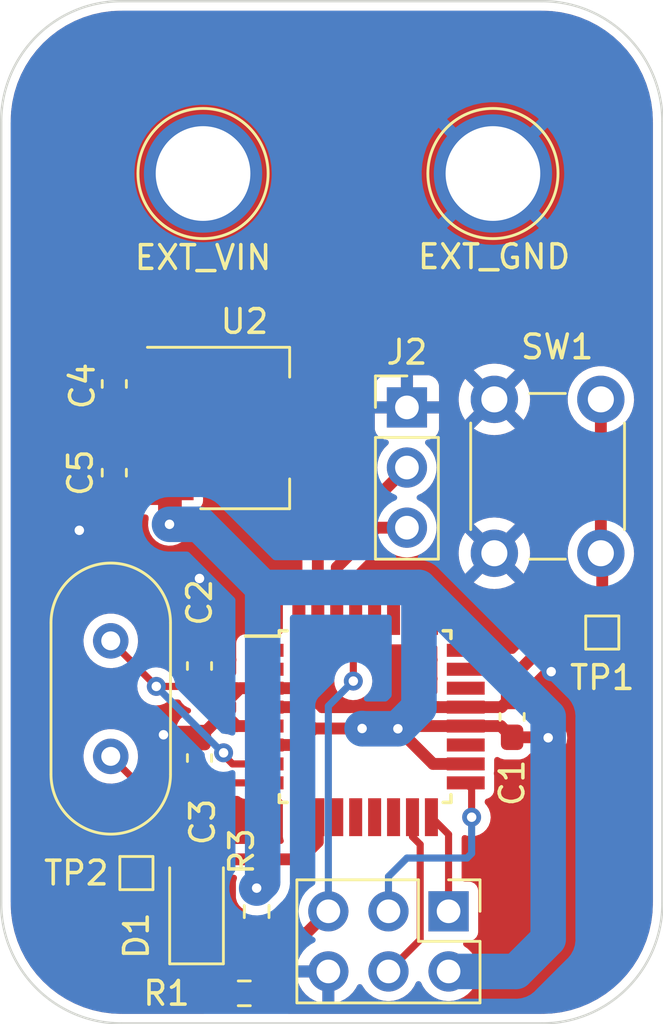
<source format=kicad_pcb>
(kicad_pcb (version 20211014) (generator pcbnew)
  (layers (0 "F.Cu" signal) (31 "B.Cu" signal) (34 "B.Paste" user) (35 "F.Paste" user) (36 "B.SilkS" user "B.Silkscreen") (37 "F.SilkS" user "F.Silkscreen") (38 "B.Mask" user) (39 "F.Mask" user) (44 "Edge.Cuts" user))
  (net 0 "")
  (net 1 "+5V")
  (net 2 "GND")
  (net 3 "XTAL1")
  (net 4 "XTAL2")
  (net 5 "Net-(D1-Pad1)")
  (net 6 "led_pin")
  (net 7 "MISO")
  (net 8 "SCK")
  (net 9 "MOSI")
  (net 10 "RST")
  (net 11 "button_pin")
  (net 26 "USART_TX")
  (net 27 "USART_RX")
  (net 29 "Net-(C4-Pad1)")
  (footprint "Resistor_SMD:R_0603_1608Metric_Pad0.98x0.95mm_HandSolder" (layer "F.Cu") (at 144.8925 123.19 180)
    (fp_text reference "R1" (at 3.2875 0) (layer "F.SilkS"))
    (fp_text value "330 Ohm")
    (fp_line (start -0.254724 0.5225) (end 0.254724 0.5225) (layer "F.SilkS") (width 0.12))
    (fp_line (start -0.254724 -0.5225) (end 0.254724 -0.5225) (layer "F.SilkS") (width 0.12))
    (pad "1" smd roundrect (at -0.9125 0 180) (size 0.975 0.95) (layers "F.Cu" "F.Paste" "F.Mask") (net 2 "GND"))
    (pad "2" smd roundrect (at 0.9125 0 180) (size 0.975 0.95) (layers "F.Cu" "F.Paste" "F.Mask") (net 5 "Net-(D1-Pad1)"))
  )
  (footprint "TestPoint:TestPoint_Pad_1.0x1.0mm" (layer "F.Cu") (at 160.02 107.95)
    (fp_text reference "TP1" (at 0 1.905) (layer "F.SilkS"))
    (fp_text value "PC0")
    (fp_line (start 0.7 0.7) (end -0.7 0.7) (layer "F.SilkS") (width 0.12))
    (fp_line (start -0.7 -0.7) (end 0.7 -0.7) (layer "F.SilkS") (width 0.12))
    (fp_line (start 0.7 -0.7) (end 0.7 0.7) (layer "F.SilkS") (width 0.12))
    (fp_line (start -0.7 0.7) (end -0.7 -0.7) (layer "F.SilkS") (width 0.12))
    (pad "1" smd rect (at 0 0) (size 1 1) (layers "F.Cu" "F.Mask") (net 11 "button_pin"))
  )
  (footprint "LED_SMD:LED_1206_3216Metric_Pad1.42x1.75mm_HandSolder" (layer "F.Cu") (at 142.875 119.485 90)
    (fp_text reference "D1" (at -1.27 -2.54 90) (layer "F.SilkS"))
    (fp_text value "LED")
    (fp_line (start -2.46 -1.135) (end -2.46 1.135) (layer "F.SilkS") (width 0.12))
    (fp_line (start 1.6 -1.135) (end -2.46 -1.135) (layer "F.SilkS") (width 0.12))
    (fp_line (start -2.46 1.135) (end 1.6 1.135) (layer "F.SilkS") (width 0.12))
    (pad "1" smd roundrect (at -1.4875 0 90) (size 1.425 1.75) (layers "F.Cu" "F.Paste" "F.Mask") (roundrect_rratio 0.1754392982) (net 5 "Net-(D1-Pad1)"))
    (pad "2" smd roundrect (at 1.4875 0 90) (size 1.425 1.75) (layers "F.Cu" "F.Paste" "F.Mask") (roundrect_rratio 0.1754392982) (net 6 "led_pin"))
  )
  (footprint "Resistor_SMD:R_0603_1608Metric_Pad0.98x0.95mm_HandSolder" (layer "F.Cu") (at 145.415 119.7375 90)
    (fp_text reference "R3" (at 2.54 -0.635 90) (layer "F.SilkS"))
    (fp_text value "10k")
    (fp_line (start -0.254724 -0.5225) (end 0.254724 -0.5225) (layer "F.SilkS") (width 0.12))
    (fp_line (start -0.254724 0.5225) (end 0.254724 0.5225) (layer "F.SilkS") (width 0.12))
    (pad "1" smd roundrect (at -0.9125 0 90) (size 0.975 0.95) (layers "F.Cu" "F.Paste" "F.Mask") (net 10 "RST"))
    (pad "2" smd roundrect (at 0.9125 0 90) (size 0.975 0.95) (layers "F.Cu" "F.Paste" "F.Mask") (net 1 "+5V"))
  )
  (footprint "Capacitor_SMD:C_0603_1608Metric_Pad1.08x0.95mm_HandSolder" (layer "F.Cu") (at 139.4 97.4475 -90)
    (fp_text reference "C4" (at 0.0885 1.351 90) (layer "F.SilkS"))
    (fp_text value "0.33uF")
    (fp_line (start -0.146267 0.51) (end 0.146267 0.51) (layer "F.SilkS") (width 0.12))
    (fp_line (start -0.146267 -0.51) (end 0.146267 -0.51) (layer "F.SilkS") (width 0.12))
    (pad "1" smd roundrect (at -0.8625 0 270) (size 1.075 0.95) (layers "F.Cu" "F.Paste" "F.Mask") (net 29 "Net-(C4-Pad1)"))
    (pad "2" smd roundrect (at 0.8625 0 270) (size 1.075 0.95) (layers "F.Cu" "F.Paste" "F.Mask") (net 2 "GND"))
  )
  (footprint "Package_TO_SOT_SMD:SOT-223" (layer "F.Cu") (at 144.9 99.31)
    (fp_text reference "U2" (at 0 -4.5) (layer "F.SilkS"))
    (fp_text value "uA7805" hide)
    (fp_line (start 1.91 -3.41) (end 1.91 -2.15) (layer "F.SilkS") (width 0.12))
    (fp_line (start -4.1 -3.41) (end 1.91 -3.41) (layer "F.SilkS") (width 0.12))
    (fp_line (start 1.91 3.41) (end 1.91 2.15) (layer "F.SilkS") (width 0.12))
    (fp_line (start -1.85 3.41) (end 1.91 3.41) (layer "F.SilkS") (width 0.12))
    (pad "1" smd rect (at -3.15 -2.3) (size 2 1.5) (layers "F.Cu" "F.Paste" "F.Mask") (net 29 "Net-(C4-Pad1)"))
    (pad "2" smd rect (at -3.15 0) (size 2 1.5) (layers "F.Cu" "F.Paste" "F.Mask") (net 2 "GND"))
    (pad "3" smd rect (at -3.15 2.3) (size 2 1.5) (layers "F.Cu" "F.Paste" "F.Mask") (net 1 "+5V"))
    (pad "4" smd rect (at 3.15 0) (size 2 3.8) (layers "F.Cu" "F.Paste" "F.Mask"))
  )
  (footprint "TestPoint:TestPoint_Plated_Hole_D4.0mm" (layer "F.Cu") (at 155.4 88.56)
    (fp_text reference "TP6" hide)
    (fp_text value "EXT_GND" (at 0.048 3.515) (layer "F.SilkS"))
    (fp_circle (center 0 0) (end 0 2.75) (layer "F.SilkS") (width 0.12) (fill none))
    (pad "1" thru_hole circle (at 0 0) (size 5 5) (drill 4) (layers *.Cu *.Mask) (net 2 "GND"))
  )
  (footprint "Connector_PinHeader_2.54mm:PinHeader_2x03_P2.54mm_Vertical" (layer "F.Cu") (at 153.525 119.725 -90)
    (fp_text reference "J1" hide)
    (fp_text value "AVR-ISP-6" hide)
    (fp_line (start 1.27 1.27) (end 1.27 -1.33) (layer "F.SilkS") (width 0.12))
    (fp_line (start -1.33 1.27) (end 1.27 1.27) (layer "F.SilkS") (width 0.12))
    (fp_line (start 1.27 -1.33) (end 3.87 -1.33) (layer "F.SilkS") (width 0.12))
    (fp_line (start -1.33 1.27) (end -1.33 6.41) (layer "F.SilkS") (width 0.12))
    (fp_line (start -1.33 0) (end -1.33 -1.33) (layer "F.SilkS") (width 0.12))
    (fp_line (start -1.33 -1.33) (end 0 -1.33) (layer "F.SilkS") (width 0.12))
    (fp_line (start 3.87 -1.33) (end 3.87 6.41) (layer "F.SilkS") (width 0.12))
    (fp_line (start -1.33 6.41) (end 3.87 6.41) (layer "F.SilkS") (width 0.12))
    (pad "1" thru_hole rect (at 0 0 270) (size 1.7 1.7) (drill 1) (layers *.Cu *.Mask) (net 7 "MISO"))
    (pad "2" thru_hole oval (at 2.54 0 270) (size 1.7 1.7) (drill 1) (layers *.Cu *.Mask) (net 1 "+5V"))
    (pad "3" thru_hole oval (at 0 2.54 270) (size 1.7 1.7) (drill 1) (layers *.Cu *.Mask) (net 8 "SCK"))
    (pad "4" thru_hole oval (at 2.54 2.54 270) (size 1.7 1.7) (drill 1) (layers *.Cu *.Mask) (net 9 "MOSI"))
    (pad "5" thru_hole oval (at 0 5.08 270) (size 1.7 1.7) (drill 1) (layers *.Cu *.Mask) (net 10 "RST"))
    (pad "6" thru_hole oval (at 2.54 5.08 270) (size 1.7 1.7) (drill 1) (layers *.Cu *.Mask) (net 2 "GND"))
  )
  (footprint "Crystal:Crystal_HC49-4H_Vertical" (layer "F.Cu") (at 139.25 108.3 -90)
    (fp_text reference "Y1" hide)
    (fp_text value "16MHz" hide)
    (fp_line (start -0.76 -2.525) (end 5.64 -2.525) (layer "F.SilkS") (width 0.12))
    (fp_line (start -0.76 2.525) (end 5.64 2.525) (layer "F.SilkS") (width 0.12))
    (fp_arc (start -0.76 2.525) (mid -3.285 0) (end -0.76 -2.525) (layer "F.SilkS") (width 0.12))
    (fp_arc (start 5.64 -2.525) (mid 8.165 0) (end 5.64 2.525) (layer "F.SilkS") (width 0.12))
    (pad "1" thru_hole circle (at 0 0 270) (size 1.5 1.5) (drill 0.8) (layers *.Cu *.Mask) (net 3 "XTAL1"))
    (pad "2" thru_hole circle (at 4.88 0 270) (size 1.5 1.5) (drill 0.8) (layers *.Cu *.Mask) (net 4 "XTAL2"))
  )
  (footprint "TestPoint:TestPoint_Pad_1.0x1.0mm" (layer "F.Cu") (at 140.335 118.11)
    (fp_text reference "TP2" (at -2.54 0) (layer "F.SilkS"))
    (fp_text value "PC1")
    (fp_line (start -0.7 0.7) (end -0.7 -0.7) (layer "F.SilkS") (width 0.12))
    (fp_line (start -0.7 -0.7) (end 0.7 -0.7) (layer "F.SilkS") (width 0.12))
    (fp_line (start 0.7 0.7) (end -0.7 0.7) (layer "F.SilkS") (width 0.12))
    (fp_line (start 0.7 -0.7) (end 0.7 0.7) (layer "F.SilkS") (width 0.12))
    (pad "1" smd rect (at 0 0) (size 1 1) (layers "F.Cu" "F.Mask") (net 6 "led_pin"))
  )
  (footprint "Capacitor_SMD:C_0603_1608Metric_Pad1.08x0.95mm_HandSolder" (layer "F.Cu") (at 156.21 111.5125 90)
    (fp_text reference "C1" (at -2.7875 0 90) (layer "F.SilkS"))
    (fp_text value "0.047uF")
    (fp_line (start -0.146267 0.51) (end 0.146267 0.51) (layer "F.SilkS") (width 0.12))
    (fp_line (start -0.146267 -0.51) (end 0.146267 -0.51) (layer "F.SilkS") (width 0.12))
    (pad "1" smd roundrect (at -0.8625 0 90) (size 1.075 0.95) (layers "F.Cu" "F.Paste" "F.Mask") (net 1 "+5V"))
    (pad "2" smd roundrect (at 0.8625 0 90) (size 1.075 0.95) (layers "F.Cu" "F.Paste" "F.Mask") (net 2 "GND"))
  )
  (footprint "Package_QFP:TQFP-32_7x7mm_P0.8mm" (layer "F.Cu") (at 150 111.5)
    (fp_text reference "U1" hide)
    (fp_text value "ATmega328P-A" hide)
    (fp_line (start -3.625 -3.625) (end -3.625 -3.4) (layer "F.SilkS") (width 0.15))
    (fp_line (start 3.625 -3.625) (end 3.3 -3.625) (layer "F.SilkS") (width 0.15))
    (fp_line (start -3.625 3.625) (end -3.3 3.625) (layer "F.SilkS") (width 0.15))
    (fp_line (start 3.625 -3.625) (end 3.625 -3.3) (layer "F.SilkS") (width 0.15))
    (fp_line (start 3.625 3.625) (end 3.3 3.625) (layer "F.SilkS") (width 0.15))
    (fp_line (start 3.625 3.625) (end 3.625 3.3) (layer "F.SilkS") (width 0.15))
    (fp_line (start -3.625 -3.4) (end -5.05 -3.4) (layer "F.SilkS") (width 0.15))
    (fp_line (start -3.625 -3.625) (end -3.3 -3.625) (layer "F.SilkS") (width 0.15))
    (fp_line (start -3.625 3.625) (end -3.625 3.3) (layer "F.SilkS") (width 0.15))
    (pad "1" smd rect (at -4.25 -2.8) (size 1.6 0.55) (layers "F.Cu" "F.Paste" "F.Mask"))
    (pad "2" smd rect (at -4.25 -2) (size 1.6 0.55) (layers "F.Cu" "F.Paste" "F.Mask"))
    (pad "3" smd rect (at -4.25 -1.2) (size 1.6 0.55) (layers "F.Cu" "F.Paste" "F.Mask") (net 2 "GND"))
    (pad "4" smd rect (at -4.25 -0.4) (size 1.6 0.55) (layers "F.Cu" "F.Paste" "F.Mask") (net 1 "+5V"))
    (pad "5" smd rect (at -4.25 0.4) (size 1.6 0.55) (layers "F.Cu" "F.Paste" "F.Mask") (net 2 "GND"))
    (pad "6" smd rect (at -4.25 1.2) (size 1.6 0.55) (layers "F.Cu" "F.Paste" "F.Mask") (net 1 "+5V"))
    (pad "7" smd rect (at -4.25 2) (size 1.6 0.55) (layers "F.Cu" "F.Paste" "F.Mask") (net 3 "XTAL1"))
    (pad "8" smd rect (at -4.25 2.8) (size 1.6 0.55) (layers "F.Cu" "F.Paste" "F.Mask") (net 4 "XTAL2"))
    (pad "9" smd rect (at -2.8 4.25 90) (size 1.6 0.55) (layers "F.Cu" "F.Paste" "F.Mask"))
    (pad "10" smd rect (at -2 4.25 90) (size 1.6 0.55) (layers "F.Cu" "F.Paste" "F.Mask") (net 6 "led_pin"))
    (pad "11" smd rect (at -1.2 4.25 90) (size 1.6 0.55) (layers "F.Cu" "F.Paste" "F.Mask"))
    (pad "12" smd rect (at -0.4 4.25 90) (size 1.6 0.55) (layers "F.Cu" "F.Paste" "F.Mask"))
    (pad "13" smd rect (at 0.4 4.25 90) (size 1.6 0.55) (layers "F.Cu" "F.Paste" "F.Mask"))
    (pad "14" smd rect (at 1.2 4.25 90) (size 1.6 0.55) (layers "F.Cu" "F.Paste" "F.Mask"))
    (pad "15" smd rect (at 2 4.25 90) (size 1.6 0.55) (layers "F.Cu" "F.Paste" "F.Mask") (net 9 "MOSI"))
    (pad "16" smd rect (at 2.8 4.25 90) (size 1.6 0.55) (layers "F.Cu" "F.Paste" "F.Mask") (net 7 "MISO"))
    (pad "17" smd rect (at 4.25 2.8) (size 1.6 0.55) (layers "F.Cu" "F.Paste" "F.Mask") (net 8 "SCK"))
    (pad "18" smd rect (at 4.25 2) (size 1.6 0.55) (layers "F.Cu" "F.Paste" "F.Mask") (net 1 "+5V"))
    (pad "19" smd rect (at 4.25 1.2) (size 1.6 0.55) (layers "F.Cu" "F.Paste" "F.Mask"))
    (pad "20" smd rect (at 4.25 0.4) (size 1.6 0.55) (layers "F.Cu" "F.Paste" "F.Mask") (net 1 "+5V"))
    (pad "21" smd rect (at 4.25 -0.4) (size 1.6 0.55) (layers "F.Cu" "F.Paste" "F.Mask") (net 2 "GND"))
    (pad "22" smd rect (at 4.25 -1.2) (size 1.6 0.55) (layers "F.Cu" "F.Paste" "F.Mask"))
    (pad "23" smd rect (at 4.25 -2) (size 1.6 0.55) (layers "F.Cu" "F.Paste" "F.Mask") (net 11 "button_pin"))
    (pad "24" smd rect (at 4.25 -2.8) (size 1.6 0.55) (layers "F.Cu" "F.Paste" "F.Mask"))
    (pad "25" smd rect (at 2.8 -4.25 90) (size 1.6 0.55) (layers "F.Cu" "F.Paste" "F.Mask"))
    (pad "26" smd rect (at 2 -4.25 90) (size 1.6 0.55) (layers "F.Cu" "F.Paste" "F.Mask"))
    (pad "27" smd rect (at 1.2 -4.25 90) (size 1.6 0.55) (layers "F.Cu" "F.Paste" "F.Mask"))
    (pad "28" smd rect (at 0.4 -4.25 90) (size 1.6 0.55) (layers "F.Cu" "F.Paste" "F.Mask"))
    (pad "29" smd rect (at -0.4 -4.25 90) (size 1.6 0.55) (layers "F.Cu" "F.Paste" "F.Mask") (net 10 "RST"))
    (pad "30" smd rect (at -1.2 -4.25 90) (size 1.6 0.55) (layers "F.Cu" "F.Paste" "F.Mask") (net 27 "USART_RX"))
    (pad "31" smd rect (at -2 -4.25 90) (size 1.6 0.55) (layers "F.Cu" "F.Paste" "F.Mask") (net 26 "USART_TX"))
    (pad "32" smd rect (at -2.8 -4.25 90) (size 1.6 0.55) (layers "F.Cu" "F.Paste" "F.Mask"))
  )
  (footprint "Connector_PinHeader_2.54mm:PinHeader_1x03_P2.54mm_Vertical" (layer "F.Cu") (at 151.765 98.44)
    (fp_text reference "J2" (at 0 -2.33) (layer "F.SilkS"))
    (fp_text value "USART")
    (fp_line (start -1.33 -1.33) (end 0 -1.33) (layer "F.SilkS") (width 0.12))
    (fp_line (start -1.33 6.41) (end 1.33 6.41) (layer "F.SilkS") (width 0.12))
    (fp_line (start 1.33 1.27) (end 1.33 6.41) (layer "F.SilkS") (width 0.12))
    (fp_line (start -1.33 1.27) (end 1.33 1.27) (layer "F.SilkS") (width 0.12))
    (fp_line (start -1.33 0) (end -1.33 -1.33) (layer "F.SilkS") (width 0.12))
    (fp_line (start -1.33 1.27) (end -1.33 6.41) (layer "F.SilkS") (width 0.12))
    (pad "1" thru_hole rect (at 0 0) (size 1.7 1.7) (drill 1) (layers *.Cu *.Mask) (net 2 "GND"))
    (pad "2" thru_hole oval (at 0 2.54) (size 1.7 1.7) (drill 1) (layers *.Cu *.Mask) (net 26 "USART_TX"))
    (pad "3" thru_hole oval (at 0 5.08) (size 1.7 1.7) (drill 1) (layers *.Cu *.Mask) (net 27 "USART_RX"))
  )
  (footprint "Capacitor_SMD:C_0603_1608Metric_Pad1.08x0.95mm_HandSolder" (layer "F.Cu") (at 143 109.3625 -90)
    (fp_text reference "C2" (at -2.6825 -0.002 90) (layer "F.SilkS"))
    (fp_text value "22pF")
    (fp_line (start -0.146267 -0.51) (end 0.146267 -0.51) (layer "F.SilkS") (width 0.12))
    (fp_line (start -0.146267 0.51) (end 0.146267 0.51) (layer "F.SilkS") (width 0.12))
    (pad "1" smd roundrect (at -0.8625 0 270) (size 1.075 0.95) (layers "F.Cu" "F.Paste" "F.Mask") (net 2 "GND"))
    (pad "2" smd roundrect (at 0.8625 0 270) (size 1.075 0.95) (layers "F.Cu" "F.Paste" "F.Mask") (net 3 "XTAL1"))
  )
  (footprint "Capacitor_SMD:C_0603_1608Metric_Pad1.08x0.95mm_HandSolder" (layer "F.Cu") (at 139.4 101.1975 90)
    (fp_text reference "C5" (at 0 -1.43 90) (layer "F.SilkS"))
    (fp_text value "0.1uF")
    (fp_line (start -0.146267 0.51) (end 0.146267 0.51) (layer "F.SilkS") (width 0.12))
    (fp_line (start -0.146267 -0.51) (end 0.146267 -0.51) (layer "F.SilkS") (width 0.12))
    (pad "1" smd roundrect (at -0.8625 0 90) (size 1.075 0.95) (layers "F.Cu" "F.Paste" "F.Mask") (net 1 "+5V"))
    (pad "2" smd roundrect (at 0.8625 0 90) (size 1.075 0.95) (layers "F.Cu" "F.Paste" "F.Mask") (net 2 "GND"))
  )
  (footprint "Button_Switch_THT:SW_PUSH_6mm_H7.3mm" (layer "F.Cu") (at 155.46 104.6 90)
    (fp_text reference "SW1" (at 8.715 2.655 180) (layer "F.SilkS"))
    (fp_text value "SW_Push" hide)
    (fp_line (start 5.5 -1) (end 1 -1) (layer "F.SilkS") (width 0.12))
    (fp_line (start 6.75 3) (end 6.75 1.5) (layer "F.SilkS") (width 0.12))
    (fp_line (start -0.25 1.5) (end -0.25 3) (layer "F.SilkS") (width 0.12))
    (fp_line (start 1 5.5) (end 5.5 5.5) (layer "F.SilkS") (width 0.12))
    (pad "1" thru_hole circle (at 6.5 0 180) (size 2 2) (drill 1.1) (layers *.Cu *.Mask) (net 2 "GND"))
    (pad "1" thru_hole circle (at 0 0 180) (size 2 2) (drill 1.1) (layers *.Cu *.Mask) (net 2 "GND"))
    (pad "2" thru_hole circle (at 0 4.5 180) (size 2 2) (drill 1.1) (layers *.Cu *.Mask) (net 11 "button_pin"))
    (pad "2" thru_hole circle (at 6.5 4.5 180) (size 2 2) (drill 1.1) (layers *.Cu *.Mask) (net 11 "button_pin"))
  )
  (footprint "Capacitor_SMD:C_0603_1608Metric_Pad1.08x0.95mm_HandSolder" (layer "F.Cu") (at 143 113.25 90)
    (fp_text reference "C3" (at -2.701 0.129 90) (layer "F.SilkS"))
    (fp_text value "22pF")
    (fp_line (start -0.146267 -0.51) (end 0.146267 -0.51) (layer "F.SilkS") (width 0.12))
    (fp_line (start -0.146267 0.51) (end 0.146267 0.51) (layer "F.SilkS") (width 0.12))
    (pad "1" smd roundrect (at -0.8625 0 90) (size 1.075 0.95) (layers "F.Cu" "F.Paste" "F.Mask") (net 4 "XTAL2"))
    (pad "2" smd roundrect (at 0.8625 0 90) (size 1.075 0.95) (layers "F.Cu" "F.Paste" "F.Mask") (net 2 "GND"))
  )
  (footprint "TestPoint:TestPoint_Plated_Hole_D4.0mm" (layer "F.Cu") (at 143.15 88.56)
    (fp_text reference "TP5" hide)
    (fp_text value "EXT_VIN" (at 0 3.55) (layer "F.SilkS"))
    (fp_circle (center 0 0) (end 0 2.75) (layer "F.SilkS") (width 0.12) (fill none))
    (pad "1" thru_hole circle (at 0 0) (size 5 5) (drill 4) (layers *.Cu *.Mask) (net 29 "Net-(C4-Pad1)"))
  )
  (gr_line (start 139.7 81.28) (end 157.48 81.28) (layer "Edge.Cuts") (width 0.1))
  (gr_arc (start 162.56 119.38) (mid 161.072102 122.972102) (end 157.48 124.46) (layer "Edge.Cuts") (width 0.1))
  (gr_line (start 134.62 119.38) (end 134.62 86.36) (layer "Edge.Cuts") (width 0.1))
  (gr_arc (start 139.7 124.46) (mid 136.107898 122.972102) (end 134.62 119.38) (layer "Edge.Cuts") (width 0.1))
  (gr_arc (start 134.62 86.36) (mid 136.107898 82.767898) (end 139.7 81.28) (layer "Edge.Cuts") (width 0.1))
  (gr_arc (start 157.48 81.28) (mid 161.072102 82.767898) (end 162.56 86.36) (layer "Edge.Cuts") (width 0.1))
  (gr_line (start 157.48 124.46) (end 139.7 124.46) (layer "Edge.Cuts") (width 0.1))
  (gr_line (start 162.56 86.36) (end 162.56 119.38) (layer "Edge.Cuts") (width 0.1))
  (segment (start 152.87 113.5) (end 151.384 112.014) (width 0.5) (layer "F.Cu") (net 1))
  (segment (start 141.75 103.36) (end 141.732 103.378) (width 1) (layer "F.Cu") (net 1))
  (segment (start 147.828 112.014) (end 147.828 112.003) (width 0.5) (layer "F.Cu") (net 1))
  (segment (start 154.25 113.5) (end 152.87 113.5) (width 0.5) (layer "F.Cu") (net 1))
  (segment (start 155.735 111.9) (end 156.21 112.375) (width 0.5) (layer "F.Cu") (net 1))
  (segment (start 147.828 112.003) (end 151.373 112.003) (width 0.5) (layer "F.Cu") (net 1))
  (segment (start 145.75 112.7) (end 147.142 112.7) (width 0.5) (layer "F.Cu") (net 1))
  (segment (start 156.21 112.375) (end 157.714 112.375) (width 0.5) (layer "F.Cu") (net 1))
  (segment (start 151.498 111.9) (end 151.384 112.014) (width 0.5) (layer "F.Cu") (net 1))
  (segment (start 146.914 111.1) (end 147.828 112.014) (width 0.5) (layer "F.Cu") (net 1))
  (segment (start 154.25 111.9) (end 155.735 111.9) (width 0.5) (layer "F.Cu") (net 1))
  (segment (start 145.415 118.825) (end 145.415 118.745) (width 0.5) (layer "F.Cu") (net 1))
  (segment (start 139.4 102.06) (end 141.3 102.06) (width 1) (layer "F.Cu") (net 1))
  (segment (start 151.373 112.003) (end 151.384 112.014) (width 0.5) (layer "F.Cu") (net 1))
  (segment (start 141.3 102.06) (end 141.75 101.61) (width 1) (layer "F.Cu") (net 1))
  (segment (start 141.75 101.61) (end 141.75 103.36) (width 1) (layer "F.Cu") (net 1))
  (segment (start 145.75 111.1) (end 146.914 111.1) (width 0.5) (layer "F.Cu") (net 1))
  (segment (start 157.714 112.375) (end 157.734 112.395) (width 0.5) (layer "F.Cu") (net 1))
  (segment (start 154.25 111.9) (end 151.498 111.9) (width 0.5) (layer "F.Cu") (net 1))
  (segment (start 147.142 112.7) (end 147.828 112.014) (width 0.5) (layer "F.Cu") (net 1))
  (via (at 145.415 118.745) (size 0.8) (drill 0.4) (layers "F.Cu" "B.Cu") (net 1))
  (via (at 151.384 112.014) (size 0.8) (drill 0.4) (layers "F.Cu" "B.Cu") (net 1))
  (via (at 149.871 112.003) (size 0.8) (drill 0.4) (layers "F.Cu" "B.Cu") (net 1))
  (via (at 141.732 103.378) (size 0.8) (drill 0.4) (layers "F.Cu" "B.Cu") (net 1))
  (via (at 157.734 112.395) (size 0.8) (drill 0.4) (layers "F.Cu" "B.Cu") (net 1))
  (segment (start 145.669 106.045) (end 152.273 106.045) (width 1.5) (layer "B.Cu") (net 1))
  (segment (start 152.273 106.045) (end 157.734 111.506) (width 1.5) (layer "B.Cu") (net 1))
  (segment (start 152.273 111.125) (end 151.384 112.014) (width 1.5) (layer "B.Cu") (net 1))
  (segment (start 145.669 106.045) (end 143.002 103.378) (width 1.5) (layer "B.Cu") (net 1))
  (segment (start 152.273 106.045) (end 152.273 111.125) (width 1.5) (layer "B.Cu") (net 1))
  (segment (start 157.734 120.904) (end 156.373 122.265) (width 1.5) (layer "B.Cu") (net 1))
  (segment (start 143.002 103.378) (end 141.732 103.378) (width 1.5) (layer "B.Cu") (net 1))
  (segment (start 145.669 106.045) (end 145.669 118.491) (width 1.5) (layer "B.Cu") (net 1))
  (segment (start 156.373 122.265) (end 153.525 122.265) (width 1.5) (layer "B.Cu") (net 1))
  (segment (start 157.734 111.506) (end 157.734 120.904) (width 1.5) (layer "B.Cu") (net 1))
  (segment (start 145.669 118.491) (end 145.415 118.745) (width 1.5) (layer "B.Cu") (net 1))
  (segment (start 149.882 112.014) (end 149.871 112.003) (width 1.5) (layer "B.Cu") (net 1))
  (segment (start 151.384 112.014) (end 149.882 112.014) (width 1.5) (layer "B.Cu") (net 1))
  (segment (start 155.76 111.1) (end 156.21 110.65) (width 0.5) (layer "F.Cu") (net 2))
  (segment (start 144.575 111.9) (end 145.75 111.9) (width 0.5) (layer "F.Cu") (net 2))
  (segment (start 138.425 100.335) (end 137.922 100.838) (width 1) (layer "F.Cu") (net 2))
  (segment (start 141.5975 112.3875) (end 141.478 112.268) (width 1) (layer "F.Cu") (net 2))
  (segment (start 144.018 111.343) (end 144.575 111.9) (width 0.5) (layer "F.Cu") (net 2))
  (segment (start 145.75 110.3) (end 144.716 110.3) (width 0.5) (layer "F.Cu") (net 2))
  (segment (start 144.018 111.3695) (end 143 112.3875) (width 0.5) (layer "F.Cu") (net 2))
  (segment (start 156.812 110.65) (end 157.861 109.601) (width 0.5) (layer "F.Cu") (net 2))
  (segment (start 143 112.3875) (end 141.5975 112.3875) (width 1) (layer "F.Cu") (net 2))
  (segment (start 148.946 111.1) (end 148.146 110.3) (width 0.5) (layer "F.Cu") (net 2))
  (segment (start 143 105.666) (end 143 108.5) (width 1) (layer "F.Cu") (net 2))
  (segment (start 144.018 111.343) (end 144.018 111.3695) (width 0.5) (layer "F.Cu") (net 2))
  (segment (start 148.146 110.3) (end 145.75 110.3) (width 0.5) (layer "F.Cu") (net 2))
  (segment (start 154.25 111.1) (end 148.946 111.1) (width 0.5) (layer "F.Cu") (net 2))
  (segment (start 144.018 110.998) (end 144.018 111.343) (width 0.5) (layer "F.Cu") (net 2))
  (segment (start 137.922 100.838) (end 137.922 103.632) (width 1) (layer "F.Cu") (net 2))
  (segment (start 144.716 110.3) (end 144.018 110.998) (width 0.5) (layer "F.Cu") (net 2))
  (segment (start 154.25 111.1) (end 155.76 111.1) (width 0.5) (layer "F.Cu") (net 2))
  (segment (start 139.4 100.335) (end 138.425 100.335) (width 1) (layer "F.Cu") (net 2))
  (segment (start 156.21 110.65) (end 156.812 110.65) (width 0.5) (layer "F.Cu") (net 2))
  (via (at 143 105.666) (size 0.8) (drill 0.4) (layers "F.Cu" "B.Cu") (net 2))
  (via (at 137.922 103.632) (size 0.8) (drill 0.4) (layers "F.Cu" "B.Cu") (net 2))
  (via (at 157.861 109.601) (size 0.8) (drill 0.4) (layers "F.Cu" "B.Cu") (net 2))
  (via (at 141.478 112.268) (size 0.8) (drill 0.4) (layers "F.Cu" "B.Cu") (net 2))
  (segment (start 145.75 113.5) (end 144.39415 113.5) (width 0.3) (layer "F.Cu") (net 3))
  (segment (start 139.25 108.3) (end 141.175 110.225) (width 0.3) (layer "F.Cu") (net 3))
  (segment (start 143.475 110.225) (end 143 110.225) (width 0.3) (layer "F.Cu") (net 3))
  (segment (start 144.018 113.12385) (end 144.39415 113.5) (width 0.3) (layer "F.Cu") (net 3))
  (segment (start 141.175 110.225) (end 143.25 110.225) (width 0.3) (layer "F.Cu") (net 3))
  (segment (start 144.018 113.03) (end 144.018 113.12385) (width 0.3) (layer "F.Cu") (net 3))
  (via (at 141.175 110.225) (size 0.8) (drill 0.4) (layers "F.Cu" "B.Cu") (net 3))
  (via (at 144.018 113.03) (size 0.8) (drill 0.4) (layers "F.Cu" "B.Cu") (net 3))
  (segment (start 143.98 113.03) (end 144.018 113.03) (width 0.3) (layer "B.Cu") (net 3))
  (segment (start 141.175 110.225) (end 143.98 113.03) (width 0.3) (layer "B.Cu") (net 3))
  (segment (start 140.1825 114.1125) (end 139.25 113.18) (width 0.3) (layer "F.Cu") (net 4))
  (segment (start 145.75 114.3) (end 143.4375 114.3) (width 0.3) (layer "F.Cu") (net 4))
  (segment (start 143.4375 114.3) (end 143.25 114.1125) (width 0.3) (layer "F.Cu") (net 4))
  (segment (start 143.25 114.1125) (end 140.1825 114.1125) (width 0.3) (layer "F.Cu") (net 4))
  (segment (start 142.875 120.9725) (end 142.875 122.085) (width 0.5) (layer "F.Cu") (net 5))
  (segment (start 142.875 122.085) (end 143.98 123.19) (width 0.5) (layer "F.Cu") (net 5))
  (segment (start 143.3425 117.53) (end 142.875 117.9975) (width 0.5) (layer "F.Cu") (net 6))
  (segment (start 148 116.795) (end 147.265 117.53) (width 0.5) (layer "F.Cu") (net 6))
  (segment (start 142.875 117.9975) (end 140.4475 117.9975) (width 0.5) (layer "F.Cu") (net 6))
  (segment (start 140.4475 117.9975) (end 140.335 118.11) (width 0.5) (layer "F.Cu") (net 6))
  (segment (start 148 115.75) (end 148 116.795) (width 0.5) (layer "F.Cu") (net 6))
  (segment (start 147.265 117.53) (end 143.3425 117.53) (width 0.5) (layer "F.Cu") (net 6))
  (segment (start 153.525 116.475) (end 152.8 115.75) (width 0.3) (layer "F.Cu") (net 7))
  (segment (start 153.525 119.725) (end 153.525 116.475) (width 0.3) (layer "F.Cu") (net 7))
  (segment (start 154.5 115.75) (end 154.5 114.55) (width 0.3) (layer "F.Cu") (net 8))
  (segment (start 154.5 114.55) (end 154.25 114.3) (width 0.3) (layer "F.Cu") (net 8))
  (via (at 154.5 115.75) (size 0.8) (drill 0.4) (layers "F.Cu" "B.Cu") (net 8))
  (segment (start 154.5 117.28) (end 154.305 117.475) (width 0.3) (layer "B.Cu") (net 8))
  (segment (start 151.765 117.475) (end 150.985 118.255) (width 0.3) (layer "B.Cu") (net 8))
  (segment (start 154.305 117.475) (end 151.765 117.475) (width 0.3) (layer "B.Cu") (net 8))
  (segment (start 154.5 115.75) (end 154.5 117.28) (width 0.3) (layer "B.Cu") (net 8))
  (segment (start 150.985 118.255) (end 150.985 119.725) (width 0.3) (layer "B.Cu") (net 8))
  (segment (start 150.985 122.265) (end 152.325 120.925) (width 0.3) (layer "F.Cu") (net 9))
  (segment (start 152 116.575) (end 152 115.75) (width 0.3) (layer "F.Cu") (net 9))
  (segment (start 152.325 120.925) (end 152.325 116.9) (width 0.3) (layer "F.Cu") (net 9))
  (segment (start 152.325 116.9) (end 152 116.575) (width 0.3) (layer "F.Cu") (net 9))
  (segment (start 147.52 120.65) (end 148.445 119.725) (width 0.5) (layer "F.Cu") (net 10))
  (segment (start 149.5 110) (end 149.5 107.35) (width 0.3) (layer "F.Cu") (net 10))
  (segment (start 149.5 107.35) (end 149.6 107.25) (width 0.3) (layer "F.Cu") (net 10))
  (segment (start 145.415 120.65) (end 147.52 120.65) (width 0.5) (layer "F.Cu") (net 10))
  (via (at 149.5 110) (size 0.8) (drill 0.4) (layers "F.Cu" "B.Cu") (net 10))
  (segment (start 148.445 119.725) (end 148.445 111.055) (width 0.3) (layer "B.Cu") (net 10))
  (segment (start 148.445 111.055) (end 149.5 110) (width 0.3) (layer "B.Cu") (net 10))
  (segment (start 160.02 104.66) (end 159.96 104.6) (width 0.5) (layer "F.Cu") (net 11))
  (segment (start 154.25 109.5) (end 156.565 109.5) (width 0.5) (layer "F.Cu") (net 11))
  (segment (start 158.115 107.95) (end 160.02 107.95) (width 0.5) (layer "F.Cu") (net 11))
  (segment (start 156.565 109.5) (end 158.115 107.95) (width 0.5) (layer "F.Cu") (net 11))
  (segment (start 160.02 107.95) (end 160.02 104.66) (width 0.5) (layer "F.Cu") (net 11))
  (segment (start 159.96 104.6) (end 159.96 98.1) (width 0.5) (layer "F.Cu") (net 11))
  (segment (start 148 107.25) (end 148 104.745) (width 0.5) (layer "F.Cu") (net 26))
  (segment (start 148 104.745) (end 151.765 100.98) (width 0.5) (layer "F.Cu") (net 26))
  (segment (start 148.8 105.2) (end 150.48 103.52) (width 0.5) (layer "F.Cu") (net 27))
  (segment (start 150.48 103.52) (end 151.765 103.52) (width 0.5) (layer "F.Cu") (net 27))
  (segment (start 148.8 107.25) (end 148.8 105.2) (width 0.5) (layer "F.Cu") (net 27))
  (segment (start 141.325 96.585) (end 141.75 97.01) (width 1) (layer "F.Cu") (net 29))
  (segment (start 139.4 96.585) (end 141.325 96.585) (width 1) (layer "F.Cu") (net 29))
  (zone locked (net 2) (net_name "GND") (layer "F.Cu") (name "GND1") (priority 5) (connect_pads yes (clearance 0.25)) (min_thickness 0.254) (fill yes (thermal_gap 0.508) (thermal_bridge_width 0.508))
    (polygon (pts (xy 159.9 85.81) (xy 159.9 91.81) (xy 158.15 93.56) (xy 150.9 93.56) (xy 150.15 94.31) (xy 150.15 100.81) (xy 149.15 101.81) (xy 144.4 101.81) (xy 142.65 100.06) (xy 141.9 100.06) (xy 141.9 98.56) (xy 143.4 98.56) (xy 143.9 98.06) (xy 143.9 95.31) (xy 150.15 89.06) (xy 150.15 85.56) (xy 151.65 84.06) (xy 158.15 84.06)))
  )
  (zone (net 2) (net_name "GND") (layer "F.Cu") (connect_pads yes (clearance 0.1)) (min_thickness 0.254) (fill yes (thermal_gap 0.508) (thermal_bridge_width 0.508))
    (polygon (pts (xy 140.9 98.56) (xy 142.4 98.56) (xy 142.4 100.06) (xy 140.9 100.06) (xy 140.15 100.81) (xy 138.65 100.81) (xy 138.65 97.81) (xy 140.15 97.81)))
  )
  (zone (net 2) (net_name "GND") (layer "F.Cu") (connect_pads (clearance 0.4)) (min_thickness 0.254) (fill yes (thermal_gap 0.508) (thermal_bridge_width 0.508))
    (polygon (pts (xy 162.56 124.46) (xy 134.62 124.46) (xy 134.62 81.28) (xy 162.56 81.28)))
  )
  (zone (net 29) (net_name "Net-(C4-Pad1)") (layer "F.Cu") (name "EXT_VIN") (priority 6) (connect_pads yes (clearance 0.4)) (min_thickness 0.254) (fill yes (thermal_gap 0.508) (thermal_bridge_width 0.508))
    (polygon (pts (xy 147.4 85.56) (xy 147.4 90.31) (xy 143.15 94.56) (xy 143.15 97.56) (xy 142.9 97.81) (xy 140.65 97.81) (xy 140.4 97.56) (xy 140.4 94.06) (xy 138.9 92.56) (xy 138.9 85.56) (xy 140.4 84.06) (xy 145.9 84.06)))
  )
  (zone (net 2) (net_name "GND") (layer "B.Cu") (connect_pads (clearance 0.4)) (min_thickness 0.254) (fill yes (thermal_gap 0.508) (thermal_bridge_width 0.508))
    (polygon (pts (xy 162.56 124.46) (xy 134.62 124.46) (xy 134.62 81.28) (xy 162.56 81.28)))
  )
)
</source>
